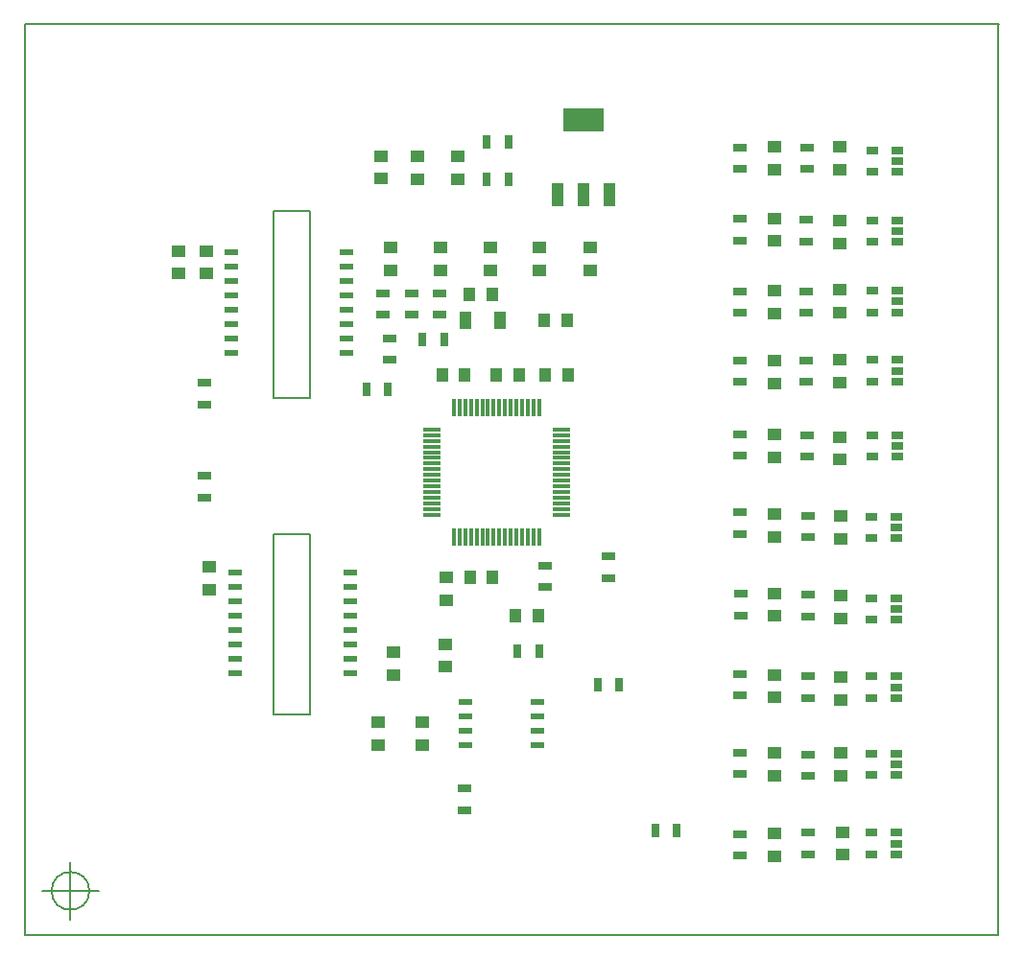
<source format=gbr>
G04 #@! TF.GenerationSoftware,KiCad,Pcbnew,(5.1.5)-3*
G04 #@! TF.CreationDate,2021-04-17T16:45:16-03:00*
G04 #@! TF.ProjectId,PonchoBiopotenciales,506f6e63-686f-4426-996f-706f74656e63,1.0*
G04 #@! TF.SameCoordinates,Original*
G04 #@! TF.FileFunction,Paste,Top*
G04 #@! TF.FilePolarity,Positive*
%FSLAX46Y46*%
G04 Gerber Fmt 4.6, Leading zero omitted, Abs format (unit mm)*
G04 Created by KiCad (PCBNEW (5.1.5)-3) date 2021-04-17 16:45:16*
%MOMM*%
%LPD*%
G04 APERTURE LIST*
%ADD10C,0.150000*%
%ADD11R,1.250000X1.000000*%
%ADD12R,1.143000X0.508000*%
%ADD13R,0.700000X1.300000*%
%ADD14R,1.000000X1.250000*%
%ADD15R,1.300000X0.700000*%
%ADD16R,1.060000X0.650000*%
%ADD17R,1.000000X1.600000*%
%ADD18R,1.500000X0.300000*%
%ADD19R,0.300000X1.500000*%
%ADD20R,3.657600X2.032000*%
%ADD21R,1.016000X2.032000*%
G04 APERTURE END LIST*
D10*
X125095000Y-84455000D02*
X121920000Y-84455000D01*
X125095000Y-100965000D02*
X125095000Y-84455000D01*
X121920000Y-100965000D02*
X125095000Y-100965000D01*
X121920000Y-98425000D02*
X121920000Y-100965000D01*
X121920000Y-84455000D02*
X121920000Y-98425000D01*
X125095000Y-113030000D02*
X121920000Y-113030000D01*
X125095000Y-128905000D02*
X125095000Y-113030000D01*
X124460000Y-128905000D02*
X125095000Y-128905000D01*
X121920000Y-128905000D02*
X124460000Y-128905000D01*
X121920000Y-113030000D02*
X121920000Y-128905000D01*
X105666666Y-144500000D02*
G75*
G03X105666666Y-144500000I-1666666J0D01*
G01*
X101500000Y-144500000D02*
X106500000Y-144500000D01*
X104000000Y-142000000D02*
X104000000Y-147000000D01*
X100015000Y-67920000D02*
X185880000Y-67920000D01*
X100015000Y-67920000D02*
X100015000Y-148420000D01*
X185875000Y-148420000D02*
X185875000Y-67920000D01*
X100010000Y-148420000D02*
X185875000Y-148420000D01*
D11*
X138200000Y-79650000D03*
X138200000Y-81650000D03*
D12*
X118500000Y-116375000D03*
X118500000Y-117645000D03*
X118500000Y-118915000D03*
X118500000Y-120185000D03*
X118500000Y-121455000D03*
X118500000Y-122725000D03*
X118500000Y-123995000D03*
X118500000Y-125265000D03*
X128660000Y-125265000D03*
X128660000Y-123995000D03*
X128660000Y-122725000D03*
X128660000Y-121455000D03*
X128660000Y-120185000D03*
X128660000Y-118915000D03*
X128660000Y-117645000D03*
X128660000Y-116375000D03*
D13*
X140750000Y-78350000D03*
X142650000Y-78350000D03*
D12*
X118200000Y-88075000D03*
X118200000Y-89345000D03*
X118200000Y-90615000D03*
X118200000Y-91885000D03*
X118200000Y-93155000D03*
X118200000Y-94425000D03*
X118200000Y-95695000D03*
X118200000Y-96965000D03*
X128360000Y-96965000D03*
X128360000Y-95695000D03*
X128360000Y-94425000D03*
X128360000Y-93155000D03*
X128360000Y-91885000D03*
X128360000Y-90615000D03*
X128360000Y-89345000D03*
X128360000Y-88075000D03*
D11*
X166080000Y-80820000D03*
X166080000Y-78820000D03*
X171880000Y-80820000D03*
X171880000Y-78820000D03*
X166080000Y-87120000D03*
X166080000Y-85120000D03*
X171880000Y-87320000D03*
X171880000Y-85320000D03*
X166080000Y-93520000D03*
X166080000Y-91520000D03*
X171880000Y-93420000D03*
X171880000Y-91420000D03*
X166080000Y-99720000D03*
X166080000Y-97720000D03*
X171880000Y-99620000D03*
X171880000Y-97620000D03*
X166080000Y-106220000D03*
X166080000Y-104220000D03*
X171880000Y-106420000D03*
X171880000Y-104420000D03*
X166080000Y-113220000D03*
X166080000Y-111220000D03*
X171980000Y-113420000D03*
X171980000Y-111420000D03*
X166080000Y-120220000D03*
X166080000Y-118220000D03*
X171980000Y-120420000D03*
X171980000Y-118420000D03*
X166080000Y-127420000D03*
X166080000Y-125420000D03*
X171980000Y-127620000D03*
X171980000Y-125620000D03*
X166080000Y-134320000D03*
X166080000Y-132320000D03*
X171980000Y-134320000D03*
X171980000Y-132320000D03*
D14*
X145780000Y-94120000D03*
X147780000Y-94120000D03*
X141580000Y-98920000D03*
X143580000Y-98920000D03*
X141200000Y-91800000D03*
X139200000Y-91800000D03*
X138780000Y-98920000D03*
X136780000Y-98920000D03*
D11*
X137140000Y-118820000D03*
X137140000Y-116820000D03*
D14*
X141250000Y-116820000D03*
X139250000Y-116820000D03*
D11*
X131380000Y-79620000D03*
X131380000Y-81620000D03*
X134650000Y-79650000D03*
X134650000Y-81650000D03*
X145380000Y-87720000D03*
X145380000Y-89720000D03*
X149880000Y-87720000D03*
X149880000Y-89720000D03*
X132280000Y-87720000D03*
X132280000Y-89720000D03*
X136680000Y-87720000D03*
X136680000Y-89720000D03*
X141080000Y-87720000D03*
X141080000Y-89720000D03*
D15*
X163080000Y-78870000D03*
X163080000Y-80770000D03*
X168980000Y-80770000D03*
X168980000Y-78870000D03*
X163080000Y-87070000D03*
X163080000Y-85170000D03*
X168880000Y-87170000D03*
X168880000Y-85270000D03*
X163080000Y-91570000D03*
X163080000Y-93470000D03*
X168880000Y-93470000D03*
X168880000Y-91570000D03*
X163080000Y-99570000D03*
X163080000Y-97670000D03*
X168880000Y-99570000D03*
X168880000Y-97670000D03*
X163080000Y-104170000D03*
X163080000Y-106070000D03*
X168980000Y-106170000D03*
X168980000Y-104270000D03*
X163080000Y-112970000D03*
X163080000Y-111070000D03*
X169080000Y-113270000D03*
X169080000Y-111370000D03*
X163180000Y-118270000D03*
X163180000Y-120170000D03*
X169080000Y-120270000D03*
X169080000Y-118370000D03*
X163080000Y-127270000D03*
X163080000Y-125370000D03*
X169080000Y-127470000D03*
X169080000Y-125570000D03*
X163080000Y-132270000D03*
X163080000Y-134170000D03*
X169080000Y-134370000D03*
X169080000Y-132470000D03*
D16*
X176930000Y-81020000D03*
X176930000Y-80070000D03*
X176930000Y-79120000D03*
X174730000Y-79120000D03*
X174730000Y-81020000D03*
X176930000Y-87220000D03*
X176930000Y-86270000D03*
X176930000Y-85320000D03*
X174730000Y-85320000D03*
X174730000Y-87220000D03*
X176930000Y-93420000D03*
X176930000Y-92470000D03*
X176930000Y-91520000D03*
X174730000Y-91520000D03*
X174730000Y-93420000D03*
X176930000Y-99520000D03*
X176930000Y-98570000D03*
X176930000Y-97620000D03*
X174730000Y-97620000D03*
X174730000Y-99520000D03*
X176980000Y-106170000D03*
X176980000Y-105220000D03*
X176980000Y-104270000D03*
X174780000Y-104270000D03*
X174780000Y-106170000D03*
X176880000Y-113370000D03*
X176880000Y-112420000D03*
X176880000Y-111470000D03*
X174680000Y-111470000D03*
X174680000Y-113370000D03*
X176880000Y-120570000D03*
X176880000Y-119620000D03*
X176880000Y-118670000D03*
X174680000Y-118670000D03*
X174680000Y-120570000D03*
X176880000Y-127470000D03*
X176880000Y-126520000D03*
X176880000Y-125570000D03*
X174680000Y-125570000D03*
X174680000Y-127470000D03*
X176880000Y-134270000D03*
X176880000Y-133320000D03*
X176880000Y-132370000D03*
X174680000Y-132370000D03*
X174680000Y-134270000D03*
D17*
X141880000Y-94120000D03*
X138880000Y-94120000D03*
D14*
X145280000Y-120220000D03*
X143280000Y-120220000D03*
D11*
X131180000Y-131620000D03*
X131180000Y-129620000D03*
D14*
X147880000Y-98920000D03*
X145880000Y-98920000D03*
D11*
X132480000Y-123420000D03*
X132480000Y-125420000D03*
X135000000Y-129600000D03*
X135000000Y-131600000D03*
D15*
X145880000Y-117670000D03*
X145880000Y-115770000D03*
D13*
X145330000Y-123320000D03*
X143430000Y-123320000D03*
D15*
X138780000Y-135470000D03*
X138780000Y-137370000D03*
X151480000Y-116870000D03*
X151480000Y-114970000D03*
D13*
X150530000Y-126320000D03*
X152430000Y-126320000D03*
X157470000Y-139180000D03*
X155570000Y-139180000D03*
D11*
X172080000Y-141320000D03*
X172080000Y-139320000D03*
X166080000Y-141420000D03*
X166080000Y-139420000D03*
D15*
X169080000Y-139370000D03*
X169080000Y-141270000D03*
X163080000Y-139470000D03*
X163080000Y-141370000D03*
D16*
X176880000Y-141270000D03*
X176880000Y-140320000D03*
X176880000Y-139370000D03*
X174680000Y-139370000D03*
X174680000Y-141270000D03*
D13*
X140750000Y-81650000D03*
X142650000Y-81650000D03*
D11*
X116000000Y-88000000D03*
X116000000Y-90000000D03*
X113500000Y-88000000D03*
X113500000Y-90000000D03*
X116200000Y-117900000D03*
X116200000Y-115900000D03*
D15*
X134100000Y-93650000D03*
X134100000Y-91750000D03*
X131600000Y-93650000D03*
X131600000Y-91750000D03*
X132150000Y-97600000D03*
X132150000Y-95700000D03*
X136600000Y-91750000D03*
X136600000Y-93650000D03*
D13*
X130100000Y-100250000D03*
X132000000Y-100250000D03*
X136950000Y-95800000D03*
X135050000Y-95800000D03*
D15*
X115800000Y-99650000D03*
X115800000Y-101550000D03*
X115800000Y-109750000D03*
X115800000Y-107850000D03*
D18*
X147280000Y-111270000D03*
X147280000Y-110770000D03*
X147280000Y-110270000D03*
X147280000Y-109770000D03*
X147280000Y-109270000D03*
X147280000Y-108770000D03*
X147280000Y-108270000D03*
X147280000Y-107770000D03*
X147280000Y-107270000D03*
X147280000Y-106770000D03*
X147280000Y-106270000D03*
X147280000Y-105770000D03*
X147280000Y-105270000D03*
X147280000Y-104770000D03*
X147280000Y-104270000D03*
X147280000Y-103770000D03*
D19*
X145330000Y-101820000D03*
X144830000Y-101820000D03*
X144330000Y-101820000D03*
X143830000Y-101820000D03*
X143330000Y-101820000D03*
X142830000Y-101820000D03*
X142330000Y-101820000D03*
X141830000Y-101820000D03*
X141330000Y-101820000D03*
X140830000Y-101820000D03*
X140330000Y-101820000D03*
X139830000Y-101820000D03*
X139330000Y-101820000D03*
X138830000Y-101820000D03*
X138330000Y-101820000D03*
X137830000Y-101820000D03*
D18*
X135880000Y-103770000D03*
X135880000Y-104270000D03*
X135880000Y-104770000D03*
X135880000Y-105270000D03*
X135880000Y-105770000D03*
X135880000Y-106270000D03*
X135880000Y-106770000D03*
X135880000Y-107270000D03*
X135880000Y-107770000D03*
X135880000Y-108270000D03*
X135880000Y-108770000D03*
X135880000Y-109270000D03*
X135880000Y-109770000D03*
X135880000Y-110270000D03*
X135880000Y-110770000D03*
X135880000Y-111270000D03*
D19*
X137830000Y-113220000D03*
X138330000Y-113220000D03*
X138830000Y-113220000D03*
X139330000Y-113220000D03*
X139830000Y-113220000D03*
X140330000Y-113220000D03*
X140830000Y-113220000D03*
X141330000Y-113220000D03*
X141830000Y-113220000D03*
X142330000Y-113220000D03*
X142830000Y-113220000D03*
X143330000Y-113220000D03*
X143830000Y-113220000D03*
X144330000Y-113220000D03*
X144830000Y-113220000D03*
X145330000Y-113220000D03*
D20*
X149280000Y-76418000D03*
D21*
X149280000Y-83022000D03*
X151566000Y-83022000D03*
X146994000Y-83022000D03*
D12*
X145155000Y-127815000D03*
X145155000Y-129085000D03*
X145155000Y-130355000D03*
X145155000Y-131625000D03*
X138805000Y-131625000D03*
X138805000Y-130355000D03*
X138805000Y-129085000D03*
X138805000Y-127815000D03*
D11*
X137080000Y-122720000D03*
X137080000Y-124720000D03*
M02*

</source>
